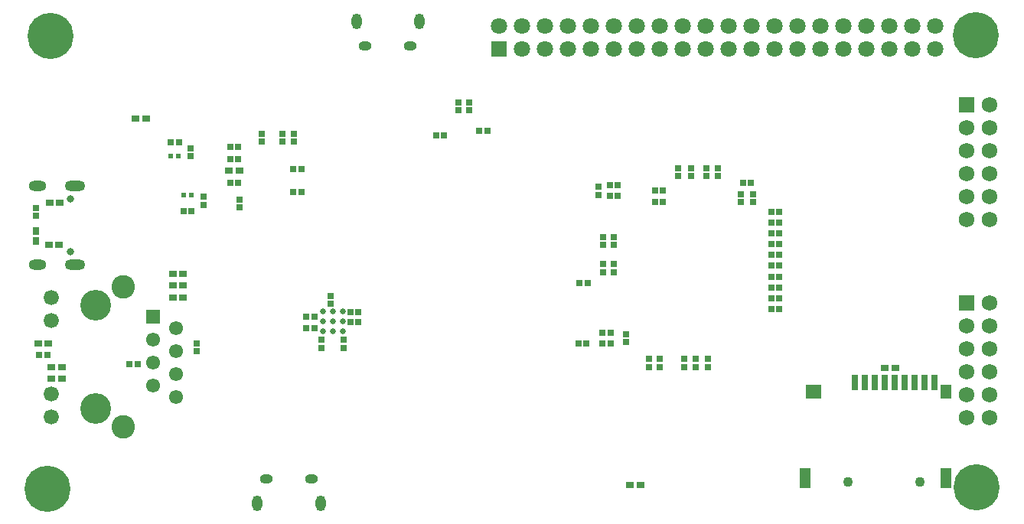
<source format=gbs>
G04*
G04 #@! TF.GenerationSoftware,Altium Limited,Altium Designer,22.9.1 (49)*
G04*
G04 Layer_Color=16711935*
%FSLAX25Y25*%
%MOIN*%
G70*
G04*
G04 #@! TF.SameCoordinates,09DA8A7C-0E06-47C8-8122-5E973528E8BD*
G04*
G04*
G04 #@! TF.FilePolarity,Negative*
G04*
G01*
G75*
%ADD29R,0.02423X0.02254*%
%ADD72R,0.02953X0.03110*%
%ADD73R,0.03110X0.02953*%
%ADD74R,0.03543X0.02953*%
%ADD79R,0.02953X0.03543*%
%ADD115C,0.06791*%
%ADD116R,0.06791X0.06791*%
%ADD117C,0.04331*%
%ADD118C,0.20079*%
%ADD119C,0.03150*%
%ADD120O,0.08858X0.04528*%
%ADD121O,0.07677X0.04528*%
%ADD122O,0.05721X0.04147*%
%ADD123O,0.04343X0.06902*%
%ADD124C,0.07087*%
%ADD125R,0.07087X0.07087*%
%ADD126C,0.06095*%
%ADD127C,0.13386*%
%ADD128C,0.10217*%
%ADD129C,0.06614*%
%ADD130R,0.06095X0.06095*%
%ADD131C,0.02559*%
%ADD163R,0.05118X0.06299*%
%ADD164R,0.06693X0.06299*%
%ADD165R,0.05118X0.09055*%
%ADD166R,0.03150X0.06693*%
D29*
X67544Y202756D02*
D03*
X64170D02*
D03*
X73087Y186056D02*
D03*
X69712D02*
D03*
D72*
X278504Y187795D02*
D03*
X275039D02*
D03*
Y183071D02*
D03*
X278504D02*
D03*
X329134Y164567D02*
D03*
X325669D02*
D03*
X329134Y155118D02*
D03*
X325669D02*
D03*
X329134Y136221D02*
D03*
X325669D02*
D03*
X329134Y178740D02*
D03*
X325669D02*
D03*
X313386Y191339D02*
D03*
X316850D02*
D03*
X242205Y147638D02*
D03*
X245669D02*
D03*
X258819Y190157D02*
D03*
X255354D02*
D03*
X258819Y185433D02*
D03*
X255354D02*
D03*
X325669Y150394D02*
D03*
X329134D02*
D03*
X325669Y145669D02*
D03*
X329134D02*
D03*
X252205Y125984D02*
D03*
X255669D02*
D03*
X252205Y121260D02*
D03*
X255669D02*
D03*
X245197D02*
D03*
X241732D02*
D03*
X325669Y174016D02*
D03*
X329134D02*
D03*
X325669Y169291D02*
D03*
X329134D02*
D03*
X325669Y140945D02*
D03*
X329134D02*
D03*
X325669Y159843D02*
D03*
X329134D02*
D03*
X117556Y187402D02*
D03*
X121020D02*
D03*
X90000Y201575D02*
D03*
X93464D02*
D03*
X89997Y207087D02*
D03*
X93461D02*
D03*
X90000Y191339D02*
D03*
X93464D02*
D03*
X117612Y197094D02*
D03*
X121077D02*
D03*
X64252Y209055D02*
D03*
X67716D02*
D03*
X73244Y178969D02*
D03*
X69780D02*
D03*
X179730Y212080D02*
D03*
X183194D02*
D03*
X198620Y214047D02*
D03*
X202085D02*
D03*
X145945Y130441D02*
D03*
X142481D02*
D03*
X145945Y134771D02*
D03*
X142481D02*
D03*
X123307Y133071D02*
D03*
X126772D02*
D03*
Y127953D02*
D03*
X123307D02*
D03*
X10394Y116142D02*
D03*
X6929D02*
D03*
X46236Y112155D02*
D03*
X49701D02*
D03*
D73*
X285039Y197638D02*
D03*
Y194173D02*
D03*
X302362Y197638D02*
D03*
Y194173D02*
D03*
X252362Y164173D02*
D03*
Y167638D02*
D03*
X257087Y152362D02*
D03*
Y155827D02*
D03*
X312598Y182756D02*
D03*
Y186221D02*
D03*
X317717Y182756D02*
D03*
Y186221D02*
D03*
X257087Y167638D02*
D03*
Y164173D02*
D03*
X252362Y155827D02*
D03*
Y152362D02*
D03*
X250394Y186063D02*
D03*
Y189528D02*
D03*
X287795Y114488D02*
D03*
Y111024D02*
D03*
X298031Y114488D02*
D03*
Y111024D02*
D03*
X292913Y114488D02*
D03*
Y111024D02*
D03*
X262598Y125354D02*
D03*
Y121890D02*
D03*
X272441Y114488D02*
D03*
Y111024D02*
D03*
X290945Y194173D02*
D03*
Y197638D02*
D03*
X277165Y114488D02*
D03*
Y111024D02*
D03*
X297638Y194173D02*
D03*
Y197638D02*
D03*
X94268Y184062D02*
D03*
Y180598D02*
D03*
X103978Y209094D02*
D03*
Y212558D02*
D03*
X112836Y209094D02*
D03*
Y212558D02*
D03*
X117757Y209094D02*
D03*
Y212558D02*
D03*
X72831Y202756D02*
D03*
Y206221D02*
D03*
X78373Y185112D02*
D03*
Y181648D02*
D03*
X75590Y117795D02*
D03*
Y121260D02*
D03*
X189572Y226410D02*
D03*
Y222946D02*
D03*
X194297D02*
D03*
Y226410D02*
D03*
X5512Y180236D02*
D03*
Y176772D02*
D03*
X139646Y119417D02*
D03*
Y122882D02*
D03*
X133934Y141913D02*
D03*
Y138449D02*
D03*
X129804Y119417D02*
D03*
Y122882D02*
D03*
D74*
X379823Y110630D02*
D03*
X375295D02*
D03*
X264272Y59449D02*
D03*
X268799D02*
D03*
X89468Y196457D02*
D03*
X93996D02*
D03*
X53445Y219291D02*
D03*
X48917D02*
D03*
X69587Y151575D02*
D03*
X65059D02*
D03*
X69587Y146457D02*
D03*
X65059D02*
D03*
X16831Y111024D02*
D03*
X12303D02*
D03*
X69587Y141339D02*
D03*
X65059D02*
D03*
X15945Y182677D02*
D03*
X11417D02*
D03*
X15650Y164173D02*
D03*
X11122D02*
D03*
X12303Y105905D02*
D03*
X16831D02*
D03*
X10925Y121260D02*
D03*
X6398D02*
D03*
D79*
X5512Y170374D02*
D03*
Y165847D02*
D03*
D115*
X420866Y175197D02*
D03*
X410866D02*
D03*
X420866Y185197D02*
D03*
X410866D02*
D03*
X420866Y195197D02*
D03*
X410866D02*
D03*
X420866Y205197D02*
D03*
X410866D02*
D03*
X420866Y215197D02*
D03*
X410866D02*
D03*
X420866Y225197D02*
D03*
Y88976D02*
D03*
X410866D02*
D03*
X420866Y98976D02*
D03*
X410866D02*
D03*
X420866Y108976D02*
D03*
X410866D02*
D03*
X420866Y118976D02*
D03*
X410866D02*
D03*
X420866Y128976D02*
D03*
X410866D02*
D03*
X420866Y138976D02*
D03*
D116*
X410866Y225197D02*
D03*
Y138976D02*
D03*
D117*
X359145Y61027D02*
D03*
X390641D02*
D03*
D118*
X415161Y58518D02*
D03*
X414961Y255512D02*
D03*
X11667Y255312D02*
D03*
X10486Y58068D02*
D03*
D119*
X20527Y161384D02*
D03*
Y184140D02*
D03*
D120*
X22496Y189770D02*
D03*
Y155754D02*
D03*
D121*
X6039Y189770D02*
D03*
Y155754D02*
D03*
D122*
X105883Y62406D02*
D03*
X125568D02*
D03*
X168644Y250989D02*
D03*
X148959D02*
D03*
D123*
X101946Y51737D02*
D03*
X129466D02*
D03*
X172581Y261658D02*
D03*
X145061D02*
D03*
D124*
X397244Y259606D02*
D03*
Y249606D02*
D03*
X387244Y259606D02*
D03*
Y249606D02*
D03*
X377244Y259606D02*
D03*
Y249606D02*
D03*
X367244Y259606D02*
D03*
Y249606D02*
D03*
X357244Y259606D02*
D03*
Y249606D02*
D03*
X347244Y259606D02*
D03*
Y249606D02*
D03*
X337244Y259606D02*
D03*
Y249606D02*
D03*
X327244Y259606D02*
D03*
Y249606D02*
D03*
X317244Y259606D02*
D03*
Y249606D02*
D03*
X307244Y259606D02*
D03*
Y249606D02*
D03*
X297244Y259606D02*
D03*
Y249606D02*
D03*
X287244Y259606D02*
D03*
Y249606D02*
D03*
X277244Y259606D02*
D03*
Y249606D02*
D03*
X267244Y259606D02*
D03*
Y249606D02*
D03*
X257244Y259606D02*
D03*
Y249606D02*
D03*
X247244Y259606D02*
D03*
Y249606D02*
D03*
X237244Y259606D02*
D03*
Y249606D02*
D03*
X227244Y259606D02*
D03*
Y249606D02*
D03*
X217244Y259606D02*
D03*
Y249606D02*
D03*
X207244Y259606D02*
D03*
D125*
Y249606D02*
D03*
D126*
X66496Y117815D02*
D03*
Y97815D02*
D03*
X56496Y102815D02*
D03*
X66496Y107815D02*
D03*
X56496Y112815D02*
D03*
Y122815D02*
D03*
X66496Y127815D02*
D03*
D127*
X31496Y137795D02*
D03*
Y92795D02*
D03*
D128*
X43504Y84803D02*
D03*
Y145787D02*
D03*
D129*
X12205Y99213D02*
D03*
Y89213D02*
D03*
Y131378D02*
D03*
Y141378D02*
D03*
D130*
X56496Y132815D02*
D03*
D131*
X134826Y130764D02*
D03*
X130495Y126433D02*
D03*
Y130764D02*
D03*
Y135094D02*
D03*
X134826Y126433D02*
D03*
Y135094D02*
D03*
X139156Y126433D02*
D03*
Y130764D02*
D03*
Y135094D02*
D03*
D163*
X401665Y100397D02*
D03*
D164*
X344184D02*
D03*
D165*
X340641Y62602D02*
D03*
X401665D02*
D03*
D166*
X396940Y104334D02*
D03*
X362295D02*
D03*
X366625D02*
D03*
X370956D02*
D03*
X375287D02*
D03*
X379618D02*
D03*
X383948D02*
D03*
X388279D02*
D03*
X392610D02*
D03*
M02*

</source>
